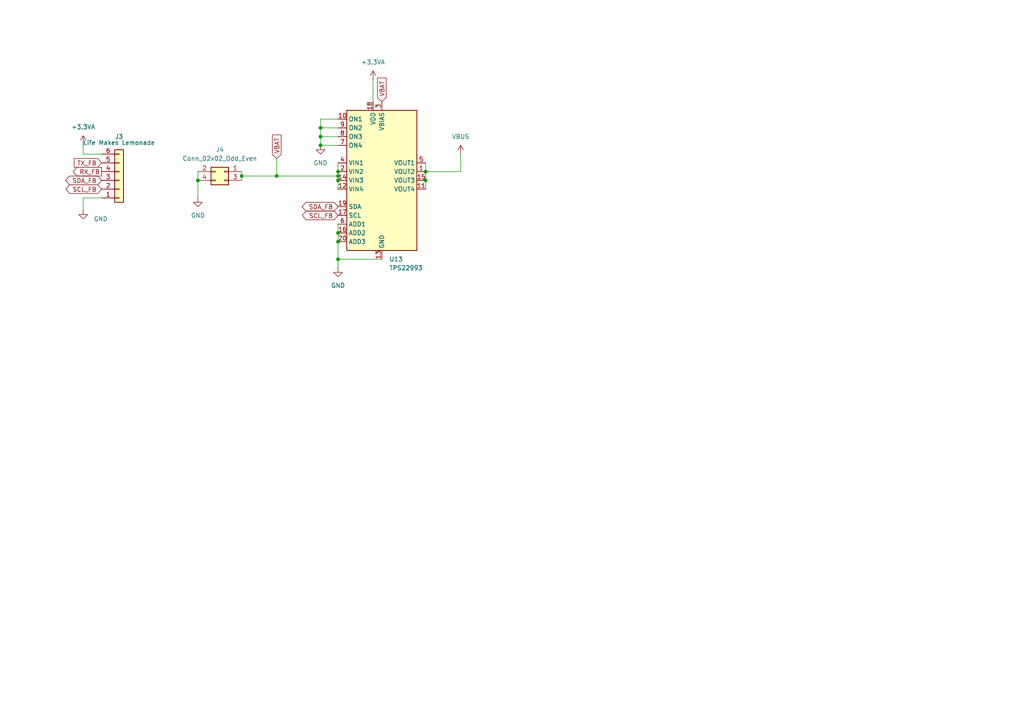
<source format=kicad_sch>
(kicad_sch (version 20250114) (generator "eeschema") (generator_version "9.0")
  (paper "A4")
  (lib_symbols
    (symbol "Connector_Generic:Conn_01x06" (pin_names (offset 1.016) (hide yes))
      (property "Reference" "J" (at 0 7.62 0))
      (property "Value" "Conn_01x06" (at 0 -10.16 0))
      (symbol "Conn_01x06_1_1"
        (rectangle (start -1.27 6.35) (end 1.27 -8.89) (stroke (width 0.254)) (fill (type background)))
        (rectangle (start -1.27 5.207) (end 0 4.953) (stroke (width 0.1524)))
        (rectangle (start -1.27 2.667) (end 0 2.413) (stroke (width 0.1524)))
        (rectangle (start -1.27 0.127) (end 0 -0.127) (stroke (width 0.1524)))
        (rectangle (start -1.27 -2.413) (end 0 -2.667) (stroke (width 0.1524)))
        (rectangle (start -1.27 -4.953) (end 0 -5.207) (stroke (width 0.1524)))
        (rectangle (start -1.27 -7.493) (end 0 -7.747) (stroke (width 0.1524)))
        (pin passive line (at -5.08 5.08 0) (length 3.81) (name "Pin_1") (number "1"))
        (pin passive line (at -5.08 2.54 0) (length 3.81) (name "Pin_2") (number "2"))
        (pin passive line (at -5.08 0 0) (length 3.81) (name "Pin_3") (number "3"))
        (pin passive line (at -5.08 -2.54 0) (length 3.81) (name "Pin_4") (number "4"))
        (pin passive line (at -5.08 -5.08 0) (length 3.81) (name "Pin_5") (number "5"))
        (pin passive line (at -5.08 -7.62 0) (length 3.81) (name "Pin_6") (number "6"))
      )
    )
    (symbol "Connector_Generic:Conn_02x02_Odd_Even" (pin_names (offset 1.016) (hide yes))
      (property "Reference" "J" (at 1.27 2.54 0))
      (property "Value" "Conn_02x02_Odd_Even" (at 1.27 -5.08 0))
      (symbol "Conn_02x02_Odd_Even_1_1"
        (rectangle (start -1.27 1.27) (end 3.81 -3.81) (stroke (width 0.254)) (fill (type background)))
        (rectangle (start -1.27 0.127) (end 0 -0.127) (stroke (width 0.1524)))
        (rectangle (start -1.27 -2.413) (end 0 -2.667) (stroke (width 0.1524)))
        (rectangle (start 3.81 0.127) (end 2.54 -0.127) (stroke (width 0.1524)))
        (rectangle (start 3.81 -2.413) (end 2.54 -2.667) (stroke (width 0.1524)))
        (pin passive line (at -5.08 0 0) (length 3.81) (name "Pin_1") (number "1"))
        (pin passive line (at -5.08 -2.54 0) (length 3.81) (name "Pin_3") (number "3"))
        (pin passive line (at 7.62 0 180) (length 3.81) (name "Pin_2") (number "2"))
        (pin passive line (at 7.62 -2.54 180) (length 3.81) (name "Pin_4") (number "4"))
      )
    )
    (symbol "Power_Management:TPS22993"
      (property "Reference" "U" (at -10.16 21.59 0))
      (property "Value" "TPS22993" (at 10.16 21.59 0))
      (symbol "TPS22993_0_1"
        (rectangle (start -10.16 20.32) (end 10.16 -20.32) (stroke (width 0.254)) (fill (type background)))
      )
      (symbol "TPS22993_1_1"
        (pin input line (at -12.7 17.78 0) (length 2.54) (name "ON1") (number "10"))
        (pin input line (at -12.7 15.24 0) (length 2.54) (name "ON2") (number "9"))
        (pin input line (at -12.7 12.7 0) (length 2.54) (name "ON3") (number "8"))
        (pin input line (at -12.7 10.16 0) (length 2.54) (name "ON4") (number "7"))
        (pin passive line (at -12.7 5.08 0) (length 2.54) (name "VIN1") (number "4"))
        (pin passive line (at -12.7 2.54 0) (length 2.54) (name "VIN2") (number "2"))
        (pin passive line (at -12.7 0 0) (length 2.54) (name "VIN3") (number "14"))
        (pin passive line (at -12.7 -2.54 0) (length 2.54) (name "VIN4") (number "12"))
        (pin bidirectional line (at -12.7 -7.62 0) (length 2.54) (name "SDA") (number "19"))
        (pin input line (at -12.7 -10.16 0) (length 2.54) (name "SCL") (number "17"))
        (pin input line (at -12.7 -12.7 0) (length 2.54) (name "ADD1") (number "6"))
        (pin input line (at -12.7 -15.24 0) (length 2.54) (name "ADD2") (number "16"))
        (pin input line (at -12.7 -17.78 0) (length 2.54) (name "ADD3") (number "20"))
        (pin power_in line (at -2.54 22.86 270) (length 2.54) (name "VDD") (number "18"))
        (pin power_in line (at 0 22.86 270) (length 2.54) (name "VBIAS") (number "3"))
        (pin power_in line (at 0 -22.86 90) (length 2.54) (name "GND") (number "13"))
        (pin passive line (at 12.7 5.08 180) (length 2.54) (name "VOUT1") (number "5"))
        (pin passive line (at 12.7 2.54 180) (length 2.54) (name "VOUT2") (number "1"))
        (pin passive line (at 12.7 0 180) (length 2.54) (name "VOUT3") (number "15"))
        (pin passive line (at 12.7 -2.54 180) (length 2.54) (name "VOUT4") (number "11"))
      )
    )
    (symbol "power:+3.3VA" (power) (pin_numbers (hide yes)) (pin_names (offset 0) (hide yes))
      (property "Value" "+3.3VA" (at 0 3.556 0))
      (symbol "+3.3VA_0_1"
        (polyline (pts (xy -0.762 1.27) (xy 0 2.54)))
        (polyline (pts (xy 0 2.54) (xy 0.762 1.27)))
        (polyline (pts (xy 0 0) (xy 0 2.54)))
      )
      (symbol "+3.3VA_1_1"
        (pin power_in line (at 0 0 90) (length 0) (name "~") (number "1"))
      )
    )
    (symbol "power:GND" (power) (pin_numbers (hide yes)) (pin_names (offset 0) (hide yes))
      (property "Value" "GND" (at 0 -3.81 0))
      (symbol "GND_0_1"
        (polyline (pts (xy 0 0) (xy 0 -1.27) (xy 1.27 -1.27) (xy 0 -2.54) (xy -1.27 -1.27) (xy 0 -1.27)))
      )
      (symbol "GND_1_1"
        (pin power_in line (at 0 0 270) (length 0) (name "~") (number "1"))
      )
    )
    (symbol "power:VBUS" (power) (pin_numbers (hide yes)) (pin_names (offset 0) (hide yes))
      (property "Value" "VBUS" (at 0 3.556 0))
      (symbol "VBUS_0_1"
        (polyline (pts (xy -0.762 1.27) (xy 0 2.54)))
        (polyline (pts (xy 0 2.54) (xy 0.762 1.27)))
        (polyline (pts (xy 0 0) (xy 0 2.54)))
      )
      (symbol "VBUS_1_1"
        (pin power_in line (at 0 0 90) (length 0) (name "~") (number "1"))
      )
    )
  )
  (junction (at 98.044 67.564))
  (junction (at 57.404 52.324))
  (junction (at 98.044 52.324))
  (junction (at 98.044 49.784))
  (junction (at 98.044 70.104))
  (junction (at 98.044 51.054))
  (junction (at 92.964 42.164))
  (junction (at 123.444 52.324))
  (junction (at 80.264 51.054))
  (junction (at 98.044 75.184))
  (junction (at 92.964 37.084))
  (junction (at 92.964 39.624))
  (junction (at 70.104 51.054))
  (junction (at 123.444 49.784))
  (wire (pts (xy 92.964 37.084) (xy 92.964 39.624)))
  (wire (pts (xy 24.13 41.91) (xy 24.13 44.704)))
  (wire (pts (xy 123.444 49.784) (xy 123.444 52.324)))
  (wire (pts (xy 98.044 77.724) (xy 98.044 75.184)))
  (wire (pts (xy 92.964 42.164) (xy 98.044 42.164)))
  (wire (pts (xy 57.404 49.784) (xy 57.404 52.324)))
  (wire (pts (xy 70.104 49.784) (xy 70.104 51.054)))
  (wire (pts (xy 92.964 37.084) (xy 98.044 37.084)))
  (wire (pts (xy 98.044 52.324) (xy 98.044 54.864)))
  (wire (pts (xy 57.404 52.324) (xy 57.404 57.404)))
  (wire (pts (xy 92.964 39.624) (xy 92.964 42.164)))
  (wire (pts (xy 123.444 52.324) (xy 123.444 54.864)))
  (wire (pts (xy 70.104 51.054) (xy 70.104 52.324)))
  (wire (pts (xy 98.044 49.784) (xy 98.044 51.054)))
  (wire (pts (xy 24.13 57.404) (xy 24.13 60.96)))
  (wire (pts (xy 133.604 49.784) (xy 123.444 49.784)))
  (wire (pts (xy 70.104 51.054) (xy 80.264 51.054)))
  (wire (pts (xy 133.604 44.704) (xy 133.604 49.784)))
  (wire (pts (xy 80.264 45.974) (xy 80.264 51.054)))
  (wire (pts (xy 98.044 65.024) (xy 98.044 67.564)))
  (wire (pts (xy 98.044 75.184) (xy 98.044 70.104)))
  (wire (pts (xy 24.13 44.704) (xy 29.464 44.704)))
  (wire (pts (xy 98.044 67.564) (xy 98.044 70.104)))
  (wire (pts (xy 92.964 34.544) (xy 98.044 34.544)))
  (wire (pts (xy 123.444 47.244) (xy 123.444 49.784)))
  (wire (pts (xy 98.044 51.054) (xy 98.044 52.324)))
  (wire (pts (xy 29.464 57.404) (xy 24.13 57.404)))
  (wire (pts (xy 92.964 34.544) (xy 92.964 37.084)))
  (wire (pts (xy 98.044 47.244) (xy 98.044 49.784)))
  (wire (pts (xy 80.264 51.054) (xy 98.044 51.054)))
  (wire (pts (xy 92.964 39.624) (xy 98.044 39.624)))
  (wire (pts (xy 108.204 23.114) (xy 108.204 29.464)))
  (wire (pts (xy 98.044 75.184) (xy 110.744 75.184)))
  (global_label "SCL_FB" (shape bidirectional) (at 98.044 62.484 180) (property "Intersheetrefs" "${INTERSHEET_REFS}" (effects (hide yes))))
  (global_label "SCL_FB" (shape bidirectional) (at 29.464 54.864 180) (property "Intersheetrefs" "${INTERSHEET_REFS}" (effects (hide yes))))
  (global_label "VBAT" (shape input) (at 80.264 45.974 90) (property "Intersheetrefs" "${INTERSHEET_REFS}" (effects (hide yes))))
  (global_label "RX_FB" (shape output) (at 29.464 49.784 180) (property "Intersheetrefs" "${INTERSHEET_REFS}" (effects (hide yes))))
  (global_label "TX_FB" (shape input) (at 29.464 47.244 180) (property "Intersheetrefs" "${INTERSHEET_REFS}" (effects (hide yes))))
  (global_label "SDA_FB" (shape bidirectional) (at 98.044 59.944 180) (property "Intersheetrefs" "${INTERSHEET_REFS}" (effects (hide yes))))
  (global_label "SDA_FB" (shape bidirectional) (at 29.464 52.324 180) (property "Intersheetrefs" "${INTERSHEET_REFS}" (effects (hide yes))))
  (global_label "VBAT" (shape input) (at 110.744 29.464 90) (property "Intersheetrefs" "${INTERSHEET_REFS}" (effects (hide yes))))
  (symbol (lib_id "power:+3.3VA") (at 108.204 23.114 0) (unit 1)
    (property "Reference" "#PWR067" (effects (hide yes)))
    (property "Value" "+3.3VA" (at 108.204 18.034 0))
    (property "Description" "Power symbol creates a global label with name \"+3.3VA\"" (effects (hide yes)))
  )
  (symbol (lib_id "Power_Management:TPS22993") (at 110.744 52.324 0) (unit 1)
    (property "Reference" "U13" (at 112.8873 75.184 0) (effects (justify left)))
    (property "Value" "TPS22993" (at 112.8873 77.724 0) (effects (justify left)))
    (property "Footprint" "Package_DFN_QFN:Texas_S-PWQFN-N20" (effects (hide yes)))
    (property "Datasheet" "http://www.ti.com/lit/gpn/tps22993" (effects (hide yes)))
    (property "Description" "Quad Channel Load Switch with GPIO and I2C Control, Bias voltage: 4.5V-17.2V, Input voltage: 1.0V-3.6V, Max 1.2A per channel, WQFN-20" (effects (hide yes)))
  )
  (symbol (lib_id "Connector_Generic:Conn_01x06") (at 34.544 52.324 0) (mirror x) (unit 1)
    (property "Reference" "J3" (at 34.544 39.624 0))
    (property "Value" "Life Makes Lemonade" (at 34.544 41.402 0))
    (property "Footprint" "Connector_PinHeader_2.54mm:PinHeader_1x06_P2.54mm_Vertical" (effects (hide yes)))
  )
  (symbol (lib_id "power:GND") (at 57.404 57.404 0) (unit 1)
    (property "Reference" "#PWR062" (effects (hide yes)))
    (property "Value" "GND" (at 57.404 62.484 0))
    (property "Description" "Power symbol creates a global label with name \"GND\" , ground" (effects (hide yes)))
  )
  (symbol (lib_id "power:GND") (at 92.964 42.164 0) (unit 1)
    (property "Reference" "#PWR068" (effects (hide yes)))
    (property "Value" "GND" (at 92.964 47.244 0))
    (property "Description" "Power symbol creates a global label with name \"GND\" , ground" (effects (hide yes)))
  )
  (symbol (lib_id "power:+3.3VA") (at 24.13 41.91 0) (unit 1)
    (property "Reference" "#PWR060" (effects (hide yes)))
    (property "Value" "+3.3VA" (at 24.13 36.83 0))
    (property "Description" "Power symbol creates a global label with name \"+3.3VA\"" (effects (hide yes)))
  )
  (symbol (lib_id "Connector_Generic:Conn_02x02_Odd_Even") (at 65.024 49.784 0) (mirror y) (unit 1)
    (property "Reference" "J4" (at 63.754 43.434 0))
    (property "Value" "Conn_02x02_Odd_Even" (at 63.754 45.974 0))
    (property "Footprint" "Connector_Hirose:Hirose_DF11-4DP-2DSA_2x02_P2.00mm_Vertical" (effects (hide yes)))
    (property "Description" "Generic connector, double row, 02x02, odd/even pin numbering scheme (row 1 odd numbers, row 2 even numbers), script generated (kicad-library-utils/schlib/autogen/connector/)" (effects (hide yes)))
  )
  (symbol (lib_id "power:GND") (at 24.13 60.96 0) (unit 1)
    (property "Reference" "#PWR061" (effects (hide yes)))
    (property "Value" "GND" (at 29.21 63.5 0))
  )
  (symbol (lib_id "power:VBUS") (at 133.604 44.704 0) (unit 1)
    (property "Reference" "#PWR065" (effects (hide yes)))
    (property "Value" "VBUS" (at 133.604 39.624 0))
    (property "Description" "Power symbol creates a global label with name \"VBUS\"" (effects (hide yes)))
  )
  (symbol (lib_id "power:GND") (at 98.044 77.724 0) (unit 1)
    (property "Reference" "#PWR066" (effects (hide yes)))
    (property "Value" "GND" (at 98.044 82.804 0))
    (property "Description" "Power symbol creates a global label with name \"GND\" , ground" (effects (hide yes)))
  )
)
</source>
